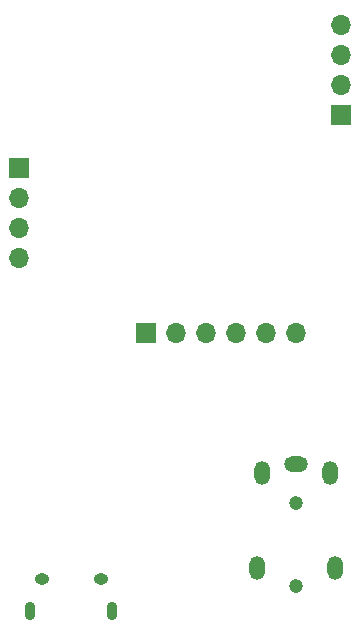
<source format=gbr>
%TF.GenerationSoftware,KiCad,Pcbnew,(6.0.0)*%
%TF.CreationDate,2022-02-27T19:02:29-06:00*%
%TF.ProjectId,Squeezecheap,53717565-657a-4656-9368-6561702e6b69,rev?*%
%TF.SameCoordinates,Original*%
%TF.FileFunction,Soldermask,Bot*%
%TF.FilePolarity,Negative*%
%FSLAX46Y46*%
G04 Gerber Fmt 4.6, Leading zero omitted, Abs format (unit mm)*
G04 Created by KiCad (PCBNEW (6.0.0)) date 2022-02-27 19:02:29*
%MOMM*%
%LPD*%
G01*
G04 APERTURE LIST*
%ADD10C,1.193800*%
%ADD11O,1.320800X2.006600*%
%ADD12O,2.006600X1.320800*%
%ADD13R,1.700000X1.700000*%
%ADD14O,1.700000X1.700000*%
%ADD15O,1.250000X0.950000*%
%ADD16O,0.890000X1.550000*%
G04 APERTURE END LIST*
D10*
%TO.C,J2*%
X106045000Y-80434180D03*
X106045000Y-87433150D03*
D11*
X102745540Y-85933399D03*
X109344460Y-85933399D03*
X108894880Y-77933550D03*
X103195120Y-77933550D03*
D12*
X106045000Y-77133450D03*
%TD*%
D13*
%TO.C,J3*%
X109855000Y-47615000D03*
D14*
X109855000Y-45075000D03*
X109855000Y-42535000D03*
X109855000Y-39995000D03*
%TD*%
D15*
%TO.C,J1*%
X89495000Y-86865000D03*
D16*
X90495000Y-89565000D03*
X83495000Y-89565000D03*
D15*
X84495000Y-86865000D03*
%TD*%
D13*
%TO.C,J4*%
X93345000Y-66040000D03*
D14*
X95885000Y-66040000D03*
X98425000Y-66040000D03*
X100965000Y-66040000D03*
X103505000Y-66040000D03*
X106045000Y-66040000D03*
%TD*%
D13*
%TO.C,J5*%
X82550000Y-52080000D03*
D14*
X82550000Y-54620000D03*
X82550000Y-57160000D03*
X82550000Y-59700000D03*
%TD*%
M02*

</source>
